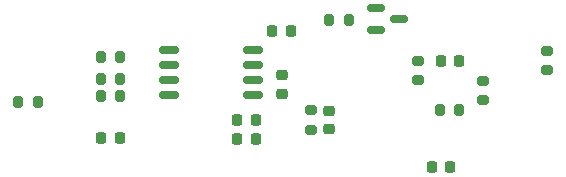
<source format=gbr>
%TF.GenerationSoftware,KiCad,Pcbnew,9.0.4*%
%TF.CreationDate,2025-10-08T21:43:02+01:00*%
%TF.ProjectId,DashcamPower,44617368-6361-46d5-906f-7765722e6b69,rev?*%
%TF.SameCoordinates,Original*%
%TF.FileFunction,Paste,Bot*%
%TF.FilePolarity,Positive*%
%FSLAX46Y46*%
G04 Gerber Fmt 4.6, Leading zero omitted, Abs format (unit mm)*
G04 Created by KiCad (PCBNEW 9.0.4) date 2025-10-08 21:43:02*
%MOMM*%
%LPD*%
G01*
G04 APERTURE LIST*
G04 Aperture macros list*
%AMRoundRect*
0 Rectangle with rounded corners*
0 $1 Rounding radius*
0 $2 $3 $4 $5 $6 $7 $8 $9 X,Y pos of 4 corners*
0 Add a 4 corners polygon primitive as box body*
4,1,4,$2,$3,$4,$5,$6,$7,$8,$9,$2,$3,0*
0 Add four circle primitives for the rounded corners*
1,1,$1+$1,$2,$3*
1,1,$1+$1,$4,$5*
1,1,$1+$1,$6,$7*
1,1,$1+$1,$8,$9*
0 Add four rect primitives between the rounded corners*
20,1,$1+$1,$2,$3,$4,$5,0*
20,1,$1+$1,$4,$5,$6,$7,0*
20,1,$1+$1,$6,$7,$8,$9,0*
20,1,$1+$1,$8,$9,$2,$3,0*%
G04 Aperture macros list end*
%ADD10RoundRect,0.225000X-0.225000X-0.250000X0.225000X-0.250000X0.225000X0.250000X-0.225000X0.250000X0*%
%ADD11RoundRect,0.150000X-0.587500X-0.150000X0.587500X-0.150000X0.587500X0.150000X-0.587500X0.150000X0*%
%ADD12RoundRect,0.200000X0.275000X-0.200000X0.275000X0.200000X-0.275000X0.200000X-0.275000X-0.200000X0*%
%ADD13RoundRect,0.200000X-0.200000X-0.275000X0.200000X-0.275000X0.200000X0.275000X-0.200000X0.275000X0*%
%ADD14RoundRect,0.200000X0.200000X0.275000X-0.200000X0.275000X-0.200000X-0.275000X0.200000X-0.275000X0*%
%ADD15RoundRect,0.200000X-0.275000X0.200000X-0.275000X-0.200000X0.275000X-0.200000X0.275000X0.200000X0*%
%ADD16RoundRect,0.225000X-0.250000X0.225000X-0.250000X-0.225000X0.250000X-0.225000X0.250000X0.225000X0*%
%ADD17RoundRect,0.225000X0.225000X0.250000X-0.225000X0.250000X-0.225000X-0.250000X0.225000X-0.250000X0*%
%ADD18RoundRect,0.225000X0.250000X-0.225000X0.250000X0.225000X-0.250000X0.225000X-0.250000X-0.225000X0*%
%ADD19RoundRect,0.162500X-0.650000X-0.162500X0.650000X-0.162500X0.650000X0.162500X-0.650000X0.162500X0*%
G04 APERTURE END LIST*
D10*
%TO.C,C17*%
X90200000Y-95450000D03*
X91750000Y-95450000D03*
%TD*%
D11*
%TO.C,Q3*%
X99000000Y-95400000D03*
X99000000Y-93500000D03*
X100875000Y-94450000D03*
%TD*%
D12*
%TO.C,R21*%
X93500000Y-103825000D03*
X93500000Y-102175000D03*
%TD*%
D10*
%TO.C,C7*%
X87225000Y-103000000D03*
X88775000Y-103000000D03*
%TD*%
D13*
%TO.C,R8*%
X75675000Y-99500000D03*
X77325000Y-99500000D03*
%TD*%
D14*
%TO.C,R9*%
X77325000Y-101000000D03*
X75675000Y-101000000D03*
%TD*%
D15*
%TO.C,R13*%
X108000000Y-99675000D03*
X108000000Y-101325000D03*
%TD*%
D16*
%TO.C,C14*%
X95000000Y-102225000D03*
X95000000Y-103775000D03*
%TD*%
D15*
%TO.C,R11*%
X113450000Y-97125000D03*
X113450000Y-98775000D03*
%TD*%
D13*
%TO.C,R19*%
X95000000Y-94500000D03*
X96650000Y-94500000D03*
%TD*%
D12*
%TO.C,R18*%
X102500000Y-99650000D03*
X102500000Y-98000000D03*
%TD*%
D17*
%TO.C,C15*%
X105275000Y-107000000D03*
X103725000Y-107000000D03*
%TD*%
D18*
%TO.C,C10*%
X91000000Y-100775000D03*
X91000000Y-99225000D03*
%TD*%
D19*
%TO.C,U4*%
X81412500Y-100905000D03*
X81412500Y-99635000D03*
X81412500Y-98365000D03*
X81412500Y-97095000D03*
X88587500Y-97095000D03*
X88587500Y-98365000D03*
X88587500Y-99635000D03*
X88587500Y-100905000D03*
%TD*%
D10*
%TO.C,C16*%
X87225000Y-104600000D03*
X88775000Y-104600000D03*
%TD*%
D14*
%TO.C,R1*%
X70325000Y-101500000D03*
X68675000Y-101500000D03*
%TD*%
D17*
%TO.C,C8*%
X77275000Y-104500000D03*
X75725000Y-104500000D03*
%TD*%
D13*
%TO.C,R12*%
X104375000Y-102150000D03*
X106025000Y-102150000D03*
%TD*%
D10*
%TO.C,C13*%
X104450000Y-98000000D03*
X106000000Y-98000000D03*
%TD*%
D13*
%TO.C,R2*%
X75675000Y-97700000D03*
X77325000Y-97700000D03*
%TD*%
M02*

</source>
